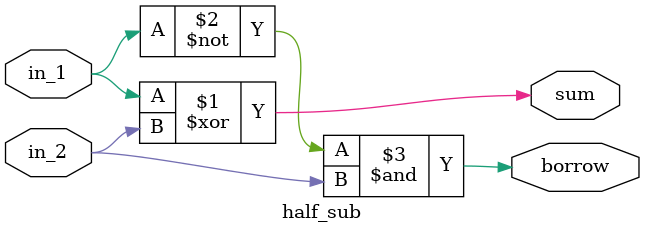
<source format=v>
module half_sub(in_1,in_2,sum,borrow);
input in_1,in_2;
output sum,borrow;

begin
assign sum= in_1^in_2;
assign borrow= ~in_1 & in_2;
end
endmodule


</source>
